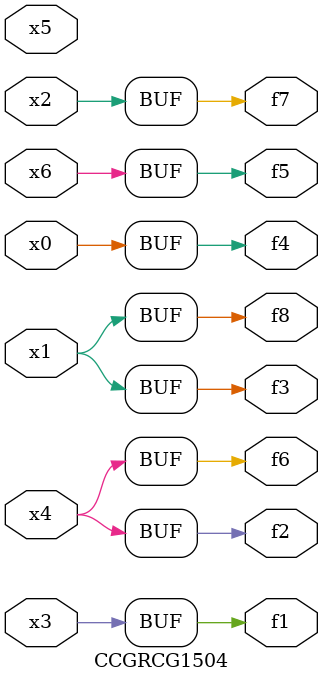
<source format=v>
module CCGRCG1504(
	input x0, x1, x2, x3, x4, x5, x6,
	output f1, f2, f3, f4, f5, f6, f7, f8
);
	assign f1 = x3;
	assign f2 = x4;
	assign f3 = x1;
	assign f4 = x0;
	assign f5 = x6;
	assign f6 = x4;
	assign f7 = x2;
	assign f8 = x1;
endmodule

</source>
